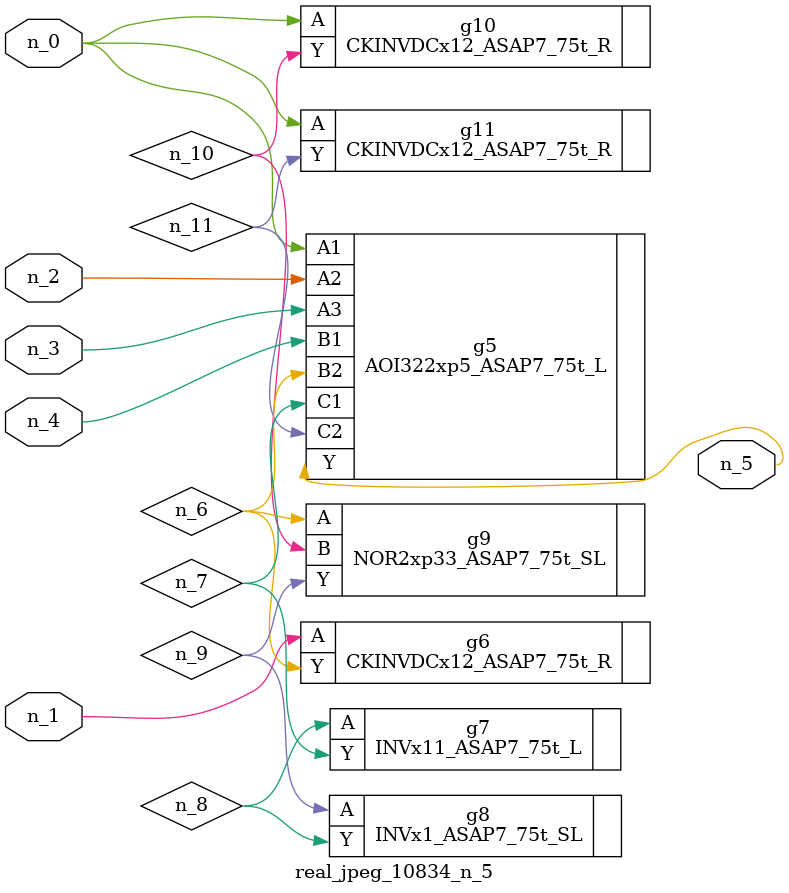
<source format=v>
module real_jpeg_10834_n_5 (n_4, n_0, n_1, n_2, n_3, n_5);

input n_4;
input n_0;
input n_1;
input n_2;
input n_3;

output n_5;

wire n_8;
wire n_11;
wire n_6;
wire n_7;
wire n_10;
wire n_9;

AOI322xp5_ASAP7_75t_L g5 ( 
.A1(n_0),
.A2(n_2),
.A3(n_3),
.B1(n_4),
.B2(n_6),
.C1(n_7),
.C2(n_11),
.Y(n_5)
);

CKINVDCx12_ASAP7_75t_R g10 ( 
.A(n_0),
.Y(n_10)
);

CKINVDCx12_ASAP7_75t_R g11 ( 
.A(n_0),
.Y(n_11)
);

CKINVDCx12_ASAP7_75t_R g6 ( 
.A(n_1),
.Y(n_6)
);

NOR2xp33_ASAP7_75t_SL g9 ( 
.A(n_6),
.B(n_10),
.Y(n_9)
);

INVx11_ASAP7_75t_L g7 ( 
.A(n_8),
.Y(n_7)
);

INVx1_ASAP7_75t_SL g8 ( 
.A(n_9),
.Y(n_8)
);


endmodule
</source>
